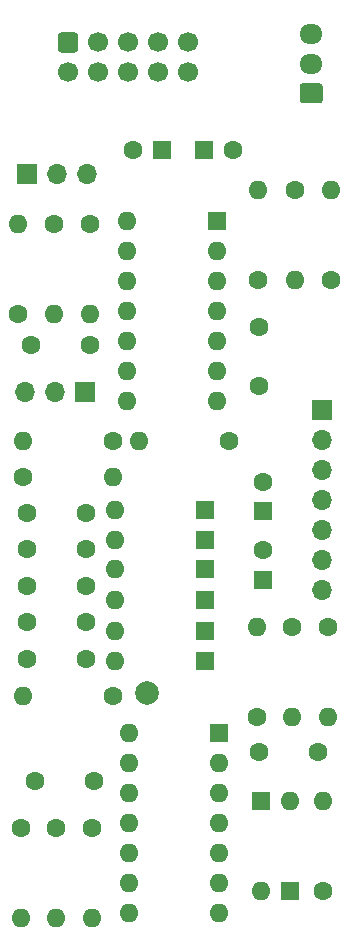
<source format=gbr>
%TF.GenerationSoftware,KiCad,Pcbnew,5.1.9+dfsg1-1~bpo10+1*%
%TF.CreationDate,2022-03-11T22:21:22+08:00*%
%TF.ProjectId,MiniVCF  v1.1 - Main,4d696e69-5643-4462-9020-76312e31202d,rev?*%
%TF.SameCoordinates,Original*%
%TF.FileFunction,Soldermask,Top*%
%TF.FilePolarity,Negative*%
%FSLAX46Y46*%
G04 Gerber Fmt 4.6, Leading zero omitted, Abs format (unit mm)*
G04 Created by KiCad (PCBNEW 5.1.9+dfsg1-1~bpo10+1) date 2022-03-11 22:21:22*
%MOMM*%
%LPD*%
G01*
G04 APERTURE LIST*
%ADD10R,1.600000X1.600000*%
%ADD11O,1.600000X1.600000*%
%ADD12C,1.600000*%
%ADD13C,2.000000*%
%ADD14O,1.950000X1.700000*%
%ADD15C,1.700000*%
%ADD16O,1.700000X1.700000*%
%ADD17R,1.700000X1.700000*%
G04 APERTURE END LIST*
D10*
%TO.C,D11*%
X126327000Y-122141500D03*
D11*
X126327000Y-129761500D03*
%TD*%
D10*
%TO.C,D10*%
X128827000Y-129741500D03*
D11*
X128827000Y-122121500D03*
%TD*%
%TO.C,R16*%
X131627000Y-122121500D03*
D12*
X131627000Y-129741500D03*
%TD*%
D13*
%TO.C,REF\u002A\u002A*%
X116713000Y-112980000D03*
%TD*%
D10*
%TO.C,U2*%
X122800000Y-116400000D03*
D11*
X115180000Y-131640000D03*
X122800000Y-118940000D03*
X115180000Y-129100000D03*
X122800000Y-121480000D03*
X115180000Y-126560000D03*
X122800000Y-124020000D03*
X115180000Y-124020000D03*
X122800000Y-126560000D03*
X115180000Y-121480000D03*
X122800000Y-129100000D03*
X115180000Y-118940000D03*
X122800000Y-131640000D03*
X115180000Y-116400000D03*
%TD*%
D10*
%TO.C,C1*%
X126500000Y-103400000D03*
D12*
X126500000Y-100900000D03*
%TD*%
%TO.C,C7*%
X126500000Y-95100000D03*
D10*
X126500000Y-97600000D03*
%TD*%
D12*
%TO.C,C10*%
X126200000Y-82000000D03*
X126200000Y-87000000D03*
%TD*%
%TO.C,C11*%
X111900000Y-83500000D03*
X106900000Y-83500000D03*
%TD*%
%TO.C,R1*%
X132300000Y-78000000D03*
D11*
X132300000Y-70380000D03*
%TD*%
%TO.C,R2*%
X129200000Y-78020000D03*
D12*
X129200000Y-70400000D03*
%TD*%
D11*
%TO.C,R3*%
X126100000Y-70380000D03*
D12*
X126100000Y-78000000D03*
%TD*%
D11*
%TO.C,R6*%
X105750000Y-73230000D03*
D12*
X105750000Y-80850000D03*
%TD*%
D11*
%TO.C,R10*%
X108800000Y-80870000D03*
D12*
X108800000Y-73250000D03*
%TD*%
%TO.C,R12*%
X111850000Y-73250000D03*
D11*
X111850000Y-80870000D03*
%TD*%
%TO.C,U1*%
X114980000Y-73000000D03*
X122600000Y-88240000D03*
X114980000Y-75540000D03*
X122600000Y-85700000D03*
X114980000Y-78080000D03*
X122600000Y-83160000D03*
X114980000Y-80620000D03*
X122600000Y-80620000D03*
X114980000Y-83160000D03*
X122600000Y-78080000D03*
X114980000Y-85700000D03*
X122600000Y-75540000D03*
X114980000Y-88240000D03*
D10*
X122600000Y-73000000D03*
%TD*%
D12*
%TO.C,C8*%
X124000000Y-67000000D03*
D10*
X121500000Y-67000000D03*
%TD*%
%TO.C,C9*%
X118000000Y-67000000D03*
D12*
X115500000Y-67000000D03*
%TD*%
%TO.C,J1*%
G36*
G01*
X131325000Y-63050000D02*
X129875000Y-63050000D01*
G75*
G02*
X129625000Y-62800000I0J250000D01*
G01*
X129625000Y-61600000D01*
G75*
G02*
X129875000Y-61350000I250000J0D01*
G01*
X131325000Y-61350000D01*
G75*
G02*
X131575000Y-61600000I0J-250000D01*
G01*
X131575000Y-62800000D01*
G75*
G02*
X131325000Y-63050000I-250000J0D01*
G01*
G37*
D14*
X130600000Y-59700000D03*
X130600000Y-57200000D03*
%TD*%
%TO.C,J2*%
G36*
G01*
X109400000Y-57050000D02*
X110600000Y-57050000D01*
G75*
G02*
X110850000Y-57300000I0J-250000D01*
G01*
X110850000Y-58500000D01*
G75*
G02*
X110600000Y-58750000I-250000J0D01*
G01*
X109400000Y-58750000D01*
G75*
G02*
X109150000Y-58500000I0J250000D01*
G01*
X109150000Y-57300000D01*
G75*
G02*
X109400000Y-57050000I250000J0D01*
G01*
G37*
D15*
X112540000Y-57900000D03*
X115080000Y-57900000D03*
X117620000Y-57900000D03*
X120160000Y-57900000D03*
X110000000Y-60440000D03*
X112540000Y-60440000D03*
X115080000Y-60440000D03*
X117620000Y-60440000D03*
X120160000Y-60440000D03*
%TD*%
D16*
%TO.C,J7*%
X111580000Y-69000000D03*
X109040000Y-69000000D03*
D17*
X106500000Y-69000000D03*
%TD*%
%TO.C,J8*%
X131500000Y-89000000D03*
D16*
X131500000Y-91540000D03*
X131500000Y-94080000D03*
X131500000Y-96620000D03*
X131500000Y-99160000D03*
X131500000Y-101700000D03*
X131500000Y-104240000D03*
%TD*%
D17*
%TO.C,J12*%
X111400000Y-87500000D03*
D16*
X108860000Y-87500000D03*
X106320000Y-87500000D03*
%TD*%
D12*
%TO.C,C2*%
X111500000Y-97700000D03*
X106500000Y-97700000D03*
%TD*%
%TO.C,C3*%
X106500000Y-100800000D03*
X111500000Y-100800000D03*
%TD*%
%TO.C,C4*%
X106500000Y-103900000D03*
X111500000Y-103900000D03*
%TD*%
%TO.C,C5*%
X111500000Y-107000000D03*
X106500000Y-107000000D03*
%TD*%
%TO.C,C6*%
X106500000Y-110100000D03*
X111500000Y-110100000D03*
%TD*%
%TO.C,C12*%
X126200000Y-118000000D03*
X131200000Y-118000000D03*
%TD*%
%TO.C,C13*%
X112200000Y-120400000D03*
X107200000Y-120400000D03*
%TD*%
D11*
%TO.C,D1*%
X113980000Y-97500000D03*
D10*
X121600000Y-97500000D03*
%TD*%
%TO.C,D2*%
X121600000Y-100000000D03*
D11*
X113980000Y-100000000D03*
%TD*%
%TO.C,D3*%
X113980000Y-102500000D03*
D10*
X121600000Y-102500000D03*
%TD*%
D11*
%TO.C,D4*%
X114000000Y-105100000D03*
D10*
X121620000Y-105100000D03*
%TD*%
%TO.C,D5*%
X121600000Y-107700000D03*
D11*
X113980000Y-107700000D03*
%TD*%
%TO.C,D6*%
X113980000Y-110300000D03*
D10*
X121600000Y-110300000D03*
%TD*%
D11*
%TO.C,R4*%
X106180000Y-91600000D03*
D12*
X113800000Y-91600000D03*
%TD*%
%TO.C,R5*%
X129000000Y-107400000D03*
D11*
X129000000Y-115020000D03*
%TD*%
%TO.C,R7*%
X126000000Y-107380000D03*
D12*
X126000000Y-115000000D03*
%TD*%
%TO.C,R8*%
X132000000Y-107400000D03*
D11*
X132000000Y-115020000D03*
%TD*%
%TO.C,R9*%
X113820000Y-94700000D03*
D12*
X106200000Y-94700000D03*
%TD*%
%TO.C,R11*%
X123600000Y-91600000D03*
D11*
X115980000Y-91600000D03*
%TD*%
%TO.C,R17*%
X112000000Y-132020000D03*
D12*
X112000000Y-124400000D03*
%TD*%
%TO.C,R18*%
X113800000Y-113200000D03*
D11*
X106180000Y-113200000D03*
%TD*%
D12*
%TO.C,R19*%
X106000000Y-124400000D03*
D11*
X106000000Y-132020000D03*
%TD*%
%TO.C,R21*%
X109000000Y-132020000D03*
D12*
X109000000Y-124400000D03*
%TD*%
M02*

</source>
